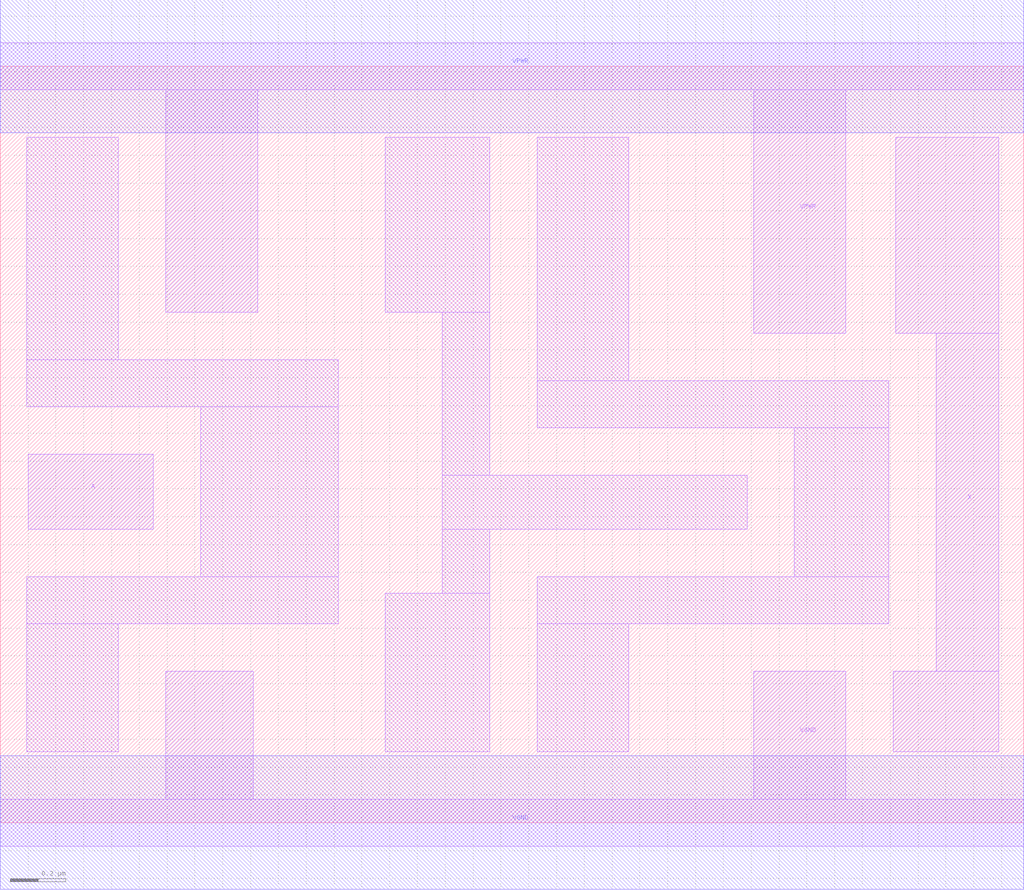
<source format=lef>
# Copyright 2020 The SkyWater PDK Authors
#
# Licensed under the Apache License, Version 2.0 (the "License");
# you may not use this file except in compliance with the License.
# You may obtain a copy of the License at
#
#     https://www.apache.org/licenses/LICENSE-2.0
#
# Unless required by applicable law or agreed to in writing, software
# distributed under the License is distributed on an "AS IS" BASIS,
# WITHOUT WARRANTIES OR CONDITIONS OF ANY KIND, either express or implied.
# See the License for the specific language governing permissions and
# limitations under the License.
#
# SPDX-License-Identifier: Apache-2.0

VERSION 5.5 ;
NAMESCASESENSITIVE ON ;
BUSBITCHARS "[]" ;
DIVIDERCHAR "/" ;
MACRO sky130_fd_sc_hd__clkdlybuf4s18_1
  CLASS CORE ;
  SOURCE USER ;
  ORIGIN  0.000000  0.000000 ;
  SIZE  3.680000 BY  2.720000 ;
  SYMMETRY X Y R90 ;
  SITE unithd ;
  PIN A
    ANTENNAGATEAREA  0.213000 ;
    DIRECTION INPUT ;
    USE SIGNAL ;
    PORT
      LAYER li1 ;
        RECT 0.100000 1.055000 0.550000 1.325000 ;
    END
  END A
  PIN X
    ANTENNADIFFAREA  0.376300 ;
    DIRECTION OUTPUT ;
    USE SIGNAL ;
    PORT
      LAYER li1 ;
        RECT 3.210000 0.255000 3.590000 0.545000 ;
        RECT 3.220000 1.760000 3.590000 2.465000 ;
        RECT 3.365000 0.545000 3.590000 1.760000 ;
    END
  END X
  PIN VGND
    DIRECTION INOUT ;
    SHAPE ABUTMENT ;
    USE GROUND ;
    PORT
      LAYER li1 ;
        RECT 0.000000 -0.085000 3.680000 0.085000 ;
        RECT 0.595000  0.085000 0.910000 0.545000 ;
        RECT 2.710000  0.085000 3.040000 0.545000 ;
    END
    PORT
      LAYER met1 ;
        RECT 0.000000 -0.240000 3.680000 0.240000 ;
    END
  END VGND
  PIN VNB
    DIRECTION INOUT ;
    USE GROUND ;
    PORT
    END
  END VNB
  PIN VPB
    DIRECTION INOUT ;
    USE POWER ;
    PORT
    END
  END VPB
  PIN VPWR
    DIRECTION INOUT ;
    SHAPE ABUTMENT ;
    USE POWER ;
    PORT
      LAYER li1 ;
        RECT 0.000000 2.635000 3.680000 2.805000 ;
        RECT 0.595000 1.835000 0.925000 2.635000 ;
        RECT 2.710000 1.760000 3.040000 2.635000 ;
    END
    PORT
      LAYER met1 ;
        RECT 0.000000 2.480000 3.680000 2.960000 ;
    END
  END VPWR
  OBS
    LAYER li1 ;
      RECT 0.095000 0.255000 0.425000 0.715000 ;
      RECT 0.095000 0.715000 1.215000 0.885000 ;
      RECT 0.095000 1.495000 1.215000 1.665000 ;
      RECT 0.095000 1.665000 0.425000 2.465000 ;
      RECT 0.720000 0.885000 1.215000 1.495000 ;
      RECT 1.385000 0.255000 1.760000 0.825000 ;
      RECT 1.385000 1.835000 1.760000 2.465000 ;
      RECT 1.590000 0.825000 1.760000 1.055000 ;
      RECT 1.590000 1.055000 2.685000 1.250000 ;
      RECT 1.590000 1.250000 1.760000 1.835000 ;
      RECT 1.930000 0.255000 2.260000 0.715000 ;
      RECT 1.930000 0.715000 3.195000 0.885000 ;
      RECT 1.930000 1.420000 3.195000 1.590000 ;
      RECT 1.930000 1.590000 2.260000 2.465000 ;
      RECT 2.855000 0.885000 3.195000 1.420000 ;
  END
END sky130_fd_sc_hd__clkdlybuf4s18_1
END LIBRARY

</source>
